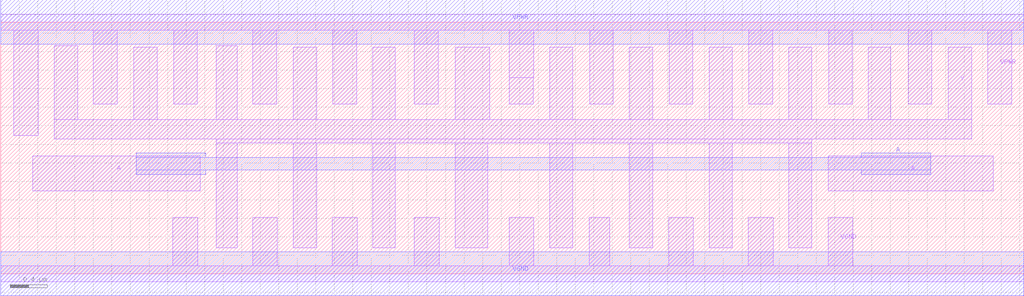
<source format=lef>
# Copyright 2020 The SkyWater PDK Authors
#
# Licensed under the Apache License, Version 2.0 (the "License");
# you may not use this file except in compliance with the License.
# You may obtain a copy of the License at
#
#     https://www.apache.org/licenses/LICENSE-2.0
#
# Unless required by applicable law or agreed to in writing, software
# distributed under the License is distributed on an "AS IS" BASIS,
# WITHOUT WARRANTIES OR CONDITIONS OF ANY KIND, either express or implied.
# See the License for the specific language governing permissions and
# limitations under the License.
#
# SPDX-License-Identifier: Apache-2.0

VERSION 5.5 ;
NAMESCASESENSITIVE ON ;
BUSBITCHARS "[]" ;
DIVIDERCHAR "/" ;
MACRO sky130_fd_sc_hd__clkinv_16
  CLASS CORE ;
  SOURCE USER ;
  ORIGIN  0.000000  0.000000 ;
  SIZE  11.04000 BY  2.720000 ;
  SYMMETRY X Y R90 ;
  SITE unithd ;
  PIN A
    ANTENNAGATEAREA  4.608000 ;
    DIRECTION INPUT ;
    USE SIGNAL ;
    PORT
      LAYER li1 ;
        RECT 0.345000 0.895000 2.155000 1.275000 ;
    END
    PORT
      LAYER li1 ;
        RECT 8.930000 0.895000 10.710000 1.275000 ;
    END
    PORT
      LAYER met1 ;
        RECT 1.465000 1.075000  2.215000 1.120000 ;
        RECT 1.465000 1.120000 10.035000 1.260000 ;
        RECT 1.465000 1.260000  2.215000 1.305000 ;
        RECT 9.285000 1.075000 10.035000 1.120000 ;
        RECT 9.285000 1.260000 10.035000 1.305000 ;
    END
  END A
  PIN Y
    ANTENNADIFFAREA  4.520900 ;
    DIRECTION OUTPUT ;
    USE SIGNAL ;
    PORT
      LAYER li1 ;
        RECT  0.575000 1.455000 10.480000 1.665000 ;
        RECT  0.575000 1.665000  0.830000 2.465000 ;
        RECT  1.435000 1.665000  1.690000 2.450000 ;
        RECT  2.325000 0.280000  2.550000 1.415000 ;
        RECT  2.325000 1.415000  8.755000 1.455000 ;
        RECT  2.325000 1.665000  2.550000 2.465000 ;
        RECT  3.155000 0.280000  3.410000 1.415000 ;
        RECT  3.155000 1.665000  3.410000 2.450000 ;
        RECT  4.015000 0.280000  4.255000 1.415000 ;
        RECT  4.015000 1.665000  4.255000 2.450000 ;
        RECT  4.905000 0.280000  5.255000 1.415000 ;
        RECT  4.905000 1.665000  5.280000 2.450000 ;
        RECT  5.925000 0.280000  6.175000 1.415000 ;
        RECT  5.925000 1.665000  6.175000 2.450000 ;
        RECT  6.785000 0.280000  7.035000 1.415000 ;
        RECT  6.785000 1.665000  7.035000 2.450000 ;
        RECT  7.645000 0.280000  7.895000 1.415000 ;
        RECT  7.645000 1.665000  7.895000 2.450000 ;
        RECT  8.505000 0.280000  8.755000 1.415000 ;
        RECT  8.505000 1.665000  8.755000 2.450000 ;
        RECT  9.365000 1.665000  9.605000 2.450000 ;
        RECT 10.225000 1.665000 10.480000 2.450000 ;
    END
  END Y
  PIN VGND
    DIRECTION INOUT ;
    SHAPE ABUTMENT ;
    USE GROUND ;
    PORT
      LAYER li1 ;
        RECT 0.000000 -0.085000 11.040000 0.085000 ;
        RECT 1.855000  0.085000  2.125000 0.610000 ;
        RECT 2.720000  0.085000  2.985000 0.610000 ;
        RECT 3.580000  0.085000  3.845000 0.610000 ;
        RECT 4.465000  0.085000  4.730000 0.610000 ;
        RECT 5.490000  0.085000  5.755000 0.610000 ;
        RECT 6.350000  0.085000  6.575000 0.610000 ;
        RECT 7.210000  0.085000  7.475000 0.610000 ;
        RECT 8.070000  0.085000  8.335000 0.610000 ;
        RECT 8.930000  0.085000  9.195000 0.610000 ;
    END
    PORT
      LAYER met1 ;
        RECT 0.000000 -0.240000 11.040000 0.240000 ;
    END
  END VGND
  PIN VPWR
    DIRECTION INOUT ;
    SHAPE ABUTMENT ;
    USE POWER ;
    PORT
      LAYER li1 ;
        RECT  0.000000 2.635000 11.040000 2.805000 ;
        RECT  0.140000 1.495000  0.405000 2.635000 ;
        RECT  1.000000 1.835000  1.260000 2.635000 ;
        RECT  1.865000 1.835000  2.120000 2.635000 ;
        RECT  2.720000 1.835000  2.980000 2.635000 ;
        RECT  3.585000 1.835000  3.840000 2.635000 ;
        RECT  4.465000 1.835000  4.720000 2.635000 ;
        RECT  5.490000 1.835000  5.745000 2.120000 ;
        RECT  5.490000 2.120000  5.750000 2.635000 ;
        RECT  6.355000 1.835000  6.610000 2.635000 ;
        RECT  7.215000 1.835000  7.470000 2.635000 ;
        RECT  8.075000 1.835000  8.330000 2.635000 ;
        RECT  8.935000 1.835000  9.190000 2.635000 ;
        RECT  9.795000 1.835000 10.050000 2.635000 ;
        RECT 10.650000 1.835000 10.910000 2.635000 ;
    END
    PORT
      LAYER met1 ;
        RECT 0.000000 2.480000 11.040000 2.960000 ;
    END
  END VPWR
  OBS
  END
END sky130_fd_sc_hd__clkinv_16

</source>
